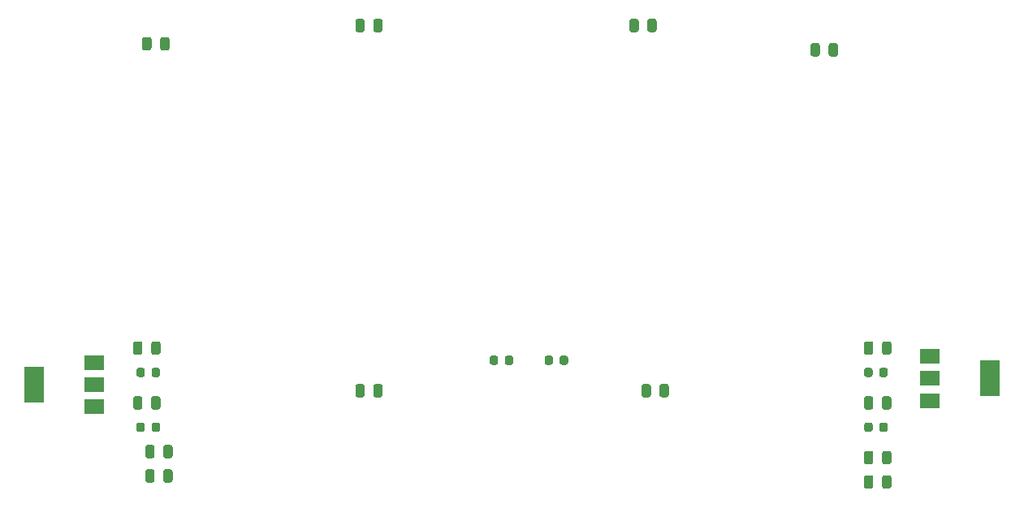
<source format=gtp>
%TF.GenerationSoftware,KiCad,Pcbnew,(5.1.6)-1*%
%TF.CreationDate,2021-01-04T14:37:21+05:30*%
%TF.ProjectId,JoyStick2,4a6f7953-7469-4636-9b32-2e6b69636164,rev?*%
%TF.SameCoordinates,Original*%
%TF.FileFunction,Paste,Top*%
%TF.FilePolarity,Positive*%
%FSLAX46Y46*%
G04 Gerber Fmt 4.6, Leading zero omitted, Abs format (unit mm)*
G04 Created by KiCad (PCBNEW (5.1.6)-1) date 2021-01-04 14:37:21*
%MOMM*%
%LPD*%
G01*
G04 APERTURE LIST*
%ADD10R,2.000000X1.500000*%
%ADD11R,2.000000X3.800000*%
G04 APERTURE END LIST*
%TO.C,C4*%
G36*
G01*
X118877500Y-107693750D02*
X118877500Y-108206250D01*
G75*
G02*
X118658750Y-108425000I-218750J0D01*
G01*
X118221250Y-108425000D01*
G75*
G02*
X118002500Y-108206250I0J218750D01*
G01*
X118002500Y-107693750D01*
G75*
G02*
X118221250Y-107475000I218750J0D01*
G01*
X118658750Y-107475000D01*
G75*
G02*
X118877500Y-107693750I0J-218750D01*
G01*
G37*
G36*
G01*
X120452500Y-107693750D02*
X120452500Y-108206250D01*
G75*
G02*
X120233750Y-108425000I-218750J0D01*
G01*
X119796250Y-108425000D01*
G75*
G02*
X119577500Y-108206250I0J218750D01*
G01*
X119577500Y-107693750D01*
G75*
G02*
X119796250Y-107475000I218750J0D01*
G01*
X120233750Y-107475000D01*
G75*
G02*
X120452500Y-107693750I0J-218750D01*
G01*
G37*
%TD*%
%TO.C,C5*%
G36*
G01*
X126167500Y-107693750D02*
X126167500Y-108206250D01*
G75*
G02*
X125948750Y-108425000I-218750J0D01*
G01*
X125511250Y-108425000D01*
G75*
G02*
X125292500Y-108206250I0J218750D01*
G01*
X125292500Y-107693750D01*
G75*
G02*
X125511250Y-107475000I218750J0D01*
G01*
X125948750Y-107475000D01*
G75*
G02*
X126167500Y-107693750I0J-218750D01*
G01*
G37*
G36*
G01*
X124592500Y-107693750D02*
X124592500Y-108206250D01*
G75*
G02*
X124373750Y-108425000I-218750J0D01*
G01*
X123936250Y-108425000D01*
G75*
G02*
X123717500Y-108206250I0J218750D01*
G01*
X123717500Y-107693750D01*
G75*
G02*
X123936250Y-107475000I218750J0D01*
G01*
X124373750Y-107475000D01*
G75*
G02*
X124592500Y-107693750I0J-218750D01*
G01*
G37*
%TD*%
%TO.C,C6*%
G36*
G01*
X80822500Y-107136250D02*
X80822500Y-106223750D01*
G75*
G02*
X81066250Y-105980000I243750J0D01*
G01*
X81553750Y-105980000D01*
G75*
G02*
X81797500Y-106223750I0J-243750D01*
G01*
X81797500Y-107136250D01*
G75*
G02*
X81553750Y-107380000I-243750J0D01*
G01*
X81066250Y-107380000D01*
G75*
G02*
X80822500Y-107136250I0J243750D01*
G01*
G37*
G36*
G01*
X82697500Y-107136250D02*
X82697500Y-106223750D01*
G75*
G02*
X82941250Y-105980000I243750J0D01*
G01*
X83428750Y-105980000D01*
G75*
G02*
X83672500Y-106223750I0J-243750D01*
G01*
X83672500Y-107136250D01*
G75*
G02*
X83428750Y-107380000I-243750J0D01*
G01*
X82941250Y-107380000D01*
G75*
G02*
X82697500Y-107136250I0J243750D01*
G01*
G37*
%TD*%
%TO.C,C7*%
G36*
G01*
X157997500Y-106223750D02*
X157997500Y-107136250D01*
G75*
G02*
X157753750Y-107380000I-243750J0D01*
G01*
X157266250Y-107380000D01*
G75*
G02*
X157022500Y-107136250I0J243750D01*
G01*
X157022500Y-106223750D01*
G75*
G02*
X157266250Y-105980000I243750J0D01*
G01*
X157753750Y-105980000D01*
G75*
G02*
X157997500Y-106223750I0J-243750D01*
G01*
G37*
G36*
G01*
X159872500Y-106223750D02*
X159872500Y-107136250D01*
G75*
G02*
X159628750Y-107380000I-243750J0D01*
G01*
X159141250Y-107380000D01*
G75*
G02*
X158897500Y-107136250I0J243750D01*
G01*
X158897500Y-106223750D01*
G75*
G02*
X159141250Y-105980000I243750J0D01*
G01*
X159628750Y-105980000D01*
G75*
G02*
X159872500Y-106223750I0J-243750D01*
G01*
G37*
%TD*%
%TO.C,C8*%
G36*
G01*
X82747500Y-109476250D02*
X82747500Y-108963750D01*
G75*
G02*
X82966250Y-108745000I218750J0D01*
G01*
X83403750Y-108745000D01*
G75*
G02*
X83622500Y-108963750I0J-218750D01*
G01*
X83622500Y-109476250D01*
G75*
G02*
X83403750Y-109695000I-218750J0D01*
G01*
X82966250Y-109695000D01*
G75*
G02*
X82747500Y-109476250I0J218750D01*
G01*
G37*
G36*
G01*
X81172500Y-109476250D02*
X81172500Y-108963750D01*
G75*
G02*
X81391250Y-108745000I218750J0D01*
G01*
X81828750Y-108745000D01*
G75*
G02*
X82047500Y-108963750I0J-218750D01*
G01*
X82047500Y-109476250D01*
G75*
G02*
X81828750Y-109695000I-218750J0D01*
G01*
X81391250Y-109695000D01*
G75*
G02*
X81172500Y-109476250I0J218750D01*
G01*
G37*
%TD*%
%TO.C,C9*%
G36*
G01*
X157917500Y-108963750D02*
X157917500Y-109476250D01*
G75*
G02*
X157698750Y-109695000I-218750J0D01*
G01*
X157261250Y-109695000D01*
G75*
G02*
X157042500Y-109476250I0J218750D01*
G01*
X157042500Y-108963750D01*
G75*
G02*
X157261250Y-108745000I218750J0D01*
G01*
X157698750Y-108745000D01*
G75*
G02*
X157917500Y-108963750I0J-218750D01*
G01*
G37*
G36*
G01*
X159492500Y-108963750D02*
X159492500Y-109476250D01*
G75*
G02*
X159273750Y-109695000I-218750J0D01*
G01*
X158836250Y-109695000D01*
G75*
G02*
X158617500Y-109476250I0J218750D01*
G01*
X158617500Y-108963750D01*
G75*
G02*
X158836250Y-108745000I218750J0D01*
G01*
X159273750Y-108745000D01*
G75*
G02*
X159492500Y-108963750I0J-218750D01*
G01*
G37*
%TD*%
%TO.C,C10*%
G36*
G01*
X82697500Y-112851250D02*
X82697500Y-111938750D01*
G75*
G02*
X82941250Y-111695000I243750J0D01*
G01*
X83428750Y-111695000D01*
G75*
G02*
X83672500Y-111938750I0J-243750D01*
G01*
X83672500Y-112851250D01*
G75*
G02*
X83428750Y-113095000I-243750J0D01*
G01*
X82941250Y-113095000D01*
G75*
G02*
X82697500Y-112851250I0J243750D01*
G01*
G37*
G36*
G01*
X80822500Y-112851250D02*
X80822500Y-111938750D01*
G75*
G02*
X81066250Y-111695000I243750J0D01*
G01*
X81553750Y-111695000D01*
G75*
G02*
X81797500Y-111938750I0J-243750D01*
G01*
X81797500Y-112851250D01*
G75*
G02*
X81553750Y-113095000I-243750J0D01*
G01*
X81066250Y-113095000D01*
G75*
G02*
X80822500Y-112851250I0J243750D01*
G01*
G37*
%TD*%
%TO.C,C11*%
G36*
G01*
X159872500Y-111938750D02*
X159872500Y-112851250D01*
G75*
G02*
X159628750Y-113095000I-243750J0D01*
G01*
X159141250Y-113095000D01*
G75*
G02*
X158897500Y-112851250I0J243750D01*
G01*
X158897500Y-111938750D01*
G75*
G02*
X159141250Y-111695000I243750J0D01*
G01*
X159628750Y-111695000D01*
G75*
G02*
X159872500Y-111938750I0J-243750D01*
G01*
G37*
G36*
G01*
X157997500Y-111938750D02*
X157997500Y-112851250D01*
G75*
G02*
X157753750Y-113095000I-243750J0D01*
G01*
X157266250Y-113095000D01*
G75*
G02*
X157022500Y-112851250I0J243750D01*
G01*
X157022500Y-111938750D01*
G75*
G02*
X157266250Y-111695000I243750J0D01*
G01*
X157753750Y-111695000D01*
G75*
G02*
X157997500Y-111938750I0J-243750D01*
G01*
G37*
%TD*%
%TO.C,C12*%
G36*
G01*
X81172500Y-115191250D02*
X81172500Y-114678750D01*
G75*
G02*
X81391250Y-114460000I218750J0D01*
G01*
X81828750Y-114460000D01*
G75*
G02*
X82047500Y-114678750I0J-218750D01*
G01*
X82047500Y-115191250D01*
G75*
G02*
X81828750Y-115410000I-218750J0D01*
G01*
X81391250Y-115410000D01*
G75*
G02*
X81172500Y-115191250I0J218750D01*
G01*
G37*
G36*
G01*
X82747500Y-115191250D02*
X82747500Y-114678750D01*
G75*
G02*
X82966250Y-114460000I218750J0D01*
G01*
X83403750Y-114460000D01*
G75*
G02*
X83622500Y-114678750I0J-218750D01*
G01*
X83622500Y-115191250D01*
G75*
G02*
X83403750Y-115410000I-218750J0D01*
G01*
X82966250Y-115410000D01*
G75*
G02*
X82747500Y-115191250I0J218750D01*
G01*
G37*
%TD*%
%TO.C,C13*%
G36*
G01*
X159492500Y-114678750D02*
X159492500Y-115191250D01*
G75*
G02*
X159273750Y-115410000I-218750J0D01*
G01*
X158836250Y-115410000D01*
G75*
G02*
X158617500Y-115191250I0J218750D01*
G01*
X158617500Y-114678750D01*
G75*
G02*
X158836250Y-114460000I218750J0D01*
G01*
X159273750Y-114460000D01*
G75*
G02*
X159492500Y-114678750I0J-218750D01*
G01*
G37*
G36*
G01*
X157917500Y-114678750D02*
X157917500Y-115191250D01*
G75*
G02*
X157698750Y-115410000I-218750J0D01*
G01*
X157261250Y-115410000D01*
G75*
G02*
X157042500Y-115191250I0J218750D01*
G01*
X157042500Y-114678750D01*
G75*
G02*
X157261250Y-114460000I218750J0D01*
G01*
X157698750Y-114460000D01*
G75*
G02*
X157917500Y-114678750I0J-218750D01*
G01*
G37*
%TD*%
D10*
%TO.C,U4*%
X76785000Y-112790000D03*
X76785000Y-108190000D03*
X76785000Y-110490000D03*
D11*
X70485000Y-110490000D03*
%TD*%
%TO.C,U5*%
X170180000Y-109855000D03*
D10*
X163880000Y-109855000D03*
X163880000Y-112155000D03*
X163880000Y-107555000D03*
%TD*%
%TO.C,R2*%
G36*
G01*
X151457500Y-76021250D02*
X151457500Y-75108750D01*
G75*
G02*
X151701250Y-74865000I243750J0D01*
G01*
X152188750Y-74865000D01*
G75*
G02*
X152432500Y-75108750I0J-243750D01*
G01*
X152432500Y-76021250D01*
G75*
G02*
X152188750Y-76265000I-243750J0D01*
G01*
X151701250Y-76265000D01*
G75*
G02*
X151457500Y-76021250I0J243750D01*
G01*
G37*
G36*
G01*
X153332500Y-76021250D02*
X153332500Y-75108750D01*
G75*
G02*
X153576250Y-74865000I243750J0D01*
G01*
X154063750Y-74865000D01*
G75*
G02*
X154307500Y-75108750I0J-243750D01*
G01*
X154307500Y-76021250D01*
G75*
G02*
X154063750Y-76265000I-243750J0D01*
G01*
X153576250Y-76265000D01*
G75*
G02*
X153332500Y-76021250I0J243750D01*
G01*
G37*
%TD*%
%TO.C,R3*%
G36*
G01*
X83635000Y-75386250D02*
X83635000Y-74473750D01*
G75*
G02*
X83878750Y-74230000I243750J0D01*
G01*
X84366250Y-74230000D01*
G75*
G02*
X84610000Y-74473750I0J-243750D01*
G01*
X84610000Y-75386250D01*
G75*
G02*
X84366250Y-75630000I-243750J0D01*
G01*
X83878750Y-75630000D01*
G75*
G02*
X83635000Y-75386250I0J243750D01*
G01*
G37*
G36*
G01*
X81760000Y-75386250D02*
X81760000Y-74473750D01*
G75*
G02*
X82003750Y-74230000I243750J0D01*
G01*
X82491250Y-74230000D01*
G75*
G02*
X82735000Y-74473750I0J-243750D01*
G01*
X82735000Y-75386250D01*
G75*
G02*
X82491250Y-75630000I-243750J0D01*
G01*
X82003750Y-75630000D01*
G75*
G02*
X81760000Y-75386250I0J243750D01*
G01*
G37*
%TD*%
%TO.C,R4*%
G36*
G01*
X105860000Y-73481250D02*
X105860000Y-72568750D01*
G75*
G02*
X106103750Y-72325000I243750J0D01*
G01*
X106591250Y-72325000D01*
G75*
G02*
X106835000Y-72568750I0J-243750D01*
G01*
X106835000Y-73481250D01*
G75*
G02*
X106591250Y-73725000I-243750J0D01*
G01*
X106103750Y-73725000D01*
G75*
G02*
X105860000Y-73481250I0J243750D01*
G01*
G37*
G36*
G01*
X103985000Y-73481250D02*
X103985000Y-72568750D01*
G75*
G02*
X104228750Y-72325000I243750J0D01*
G01*
X104716250Y-72325000D01*
G75*
G02*
X104960000Y-72568750I0J-243750D01*
G01*
X104960000Y-73481250D01*
G75*
G02*
X104716250Y-73725000I-243750J0D01*
G01*
X104228750Y-73725000D01*
G75*
G02*
X103985000Y-73481250I0J243750D01*
G01*
G37*
%TD*%
%TO.C,R5*%
G36*
G01*
X132560000Y-73481250D02*
X132560000Y-72568750D01*
G75*
G02*
X132803750Y-72325000I243750J0D01*
G01*
X133291250Y-72325000D01*
G75*
G02*
X133535000Y-72568750I0J-243750D01*
G01*
X133535000Y-73481250D01*
G75*
G02*
X133291250Y-73725000I-243750J0D01*
G01*
X132803750Y-73725000D01*
G75*
G02*
X132560000Y-73481250I0J243750D01*
G01*
G37*
G36*
G01*
X134435000Y-73481250D02*
X134435000Y-72568750D01*
G75*
G02*
X134678750Y-72325000I243750J0D01*
G01*
X135166250Y-72325000D01*
G75*
G02*
X135410000Y-72568750I0J-243750D01*
G01*
X135410000Y-73481250D01*
G75*
G02*
X135166250Y-73725000I-243750J0D01*
G01*
X134678750Y-73725000D01*
G75*
G02*
X134435000Y-73481250I0J243750D01*
G01*
G37*
%TD*%
%TO.C,R6*%
G36*
G01*
X103985000Y-111581250D02*
X103985000Y-110668750D01*
G75*
G02*
X104228750Y-110425000I243750J0D01*
G01*
X104716250Y-110425000D01*
G75*
G02*
X104960000Y-110668750I0J-243750D01*
G01*
X104960000Y-111581250D01*
G75*
G02*
X104716250Y-111825000I-243750J0D01*
G01*
X104228750Y-111825000D01*
G75*
G02*
X103985000Y-111581250I0J243750D01*
G01*
G37*
G36*
G01*
X105860000Y-111581250D02*
X105860000Y-110668750D01*
G75*
G02*
X106103750Y-110425000I243750J0D01*
G01*
X106591250Y-110425000D01*
G75*
G02*
X106835000Y-110668750I0J-243750D01*
G01*
X106835000Y-111581250D01*
G75*
G02*
X106591250Y-111825000I-243750J0D01*
G01*
X106103750Y-111825000D01*
G75*
G02*
X105860000Y-111581250I0J243750D01*
G01*
G37*
%TD*%
%TO.C,R7*%
G36*
G01*
X135705000Y-111581250D02*
X135705000Y-110668750D01*
G75*
G02*
X135948750Y-110425000I243750J0D01*
G01*
X136436250Y-110425000D01*
G75*
G02*
X136680000Y-110668750I0J-243750D01*
G01*
X136680000Y-111581250D01*
G75*
G02*
X136436250Y-111825000I-243750J0D01*
G01*
X135948750Y-111825000D01*
G75*
G02*
X135705000Y-111581250I0J243750D01*
G01*
G37*
G36*
G01*
X133830000Y-111581250D02*
X133830000Y-110668750D01*
G75*
G02*
X134073750Y-110425000I243750J0D01*
G01*
X134561250Y-110425000D01*
G75*
G02*
X134805000Y-110668750I0J-243750D01*
G01*
X134805000Y-111581250D01*
G75*
G02*
X134561250Y-111825000I-243750J0D01*
G01*
X134073750Y-111825000D01*
G75*
G02*
X133830000Y-111581250I0J243750D01*
G01*
G37*
%TD*%
%TO.C,D2*%
G36*
G01*
X82092500Y-120471250D02*
X82092500Y-119558750D01*
G75*
G02*
X82336250Y-119315000I243750J0D01*
G01*
X82823750Y-119315000D01*
G75*
G02*
X83067500Y-119558750I0J-243750D01*
G01*
X83067500Y-120471250D01*
G75*
G02*
X82823750Y-120715000I-243750J0D01*
G01*
X82336250Y-120715000D01*
G75*
G02*
X82092500Y-120471250I0J243750D01*
G01*
G37*
G36*
G01*
X83967500Y-120471250D02*
X83967500Y-119558750D01*
G75*
G02*
X84211250Y-119315000I243750J0D01*
G01*
X84698750Y-119315000D01*
G75*
G02*
X84942500Y-119558750I0J-243750D01*
G01*
X84942500Y-120471250D01*
G75*
G02*
X84698750Y-120715000I-243750J0D01*
G01*
X84211250Y-120715000D01*
G75*
G02*
X83967500Y-120471250I0J243750D01*
G01*
G37*
%TD*%
%TO.C,D3*%
G36*
G01*
X158897500Y-118566250D02*
X158897500Y-117653750D01*
G75*
G02*
X159141250Y-117410000I243750J0D01*
G01*
X159628750Y-117410000D01*
G75*
G02*
X159872500Y-117653750I0J-243750D01*
G01*
X159872500Y-118566250D01*
G75*
G02*
X159628750Y-118810000I-243750J0D01*
G01*
X159141250Y-118810000D01*
G75*
G02*
X158897500Y-118566250I0J243750D01*
G01*
G37*
G36*
G01*
X157022500Y-118566250D02*
X157022500Y-117653750D01*
G75*
G02*
X157266250Y-117410000I243750J0D01*
G01*
X157753750Y-117410000D01*
G75*
G02*
X157997500Y-117653750I0J-243750D01*
G01*
X157997500Y-118566250D01*
G75*
G02*
X157753750Y-118810000I-243750J0D01*
G01*
X157266250Y-118810000D01*
G75*
G02*
X157022500Y-118566250I0J243750D01*
G01*
G37*
%TD*%
%TO.C,R8*%
G36*
G01*
X83967500Y-117931250D02*
X83967500Y-117018750D01*
G75*
G02*
X84211250Y-116775000I243750J0D01*
G01*
X84698750Y-116775000D01*
G75*
G02*
X84942500Y-117018750I0J-243750D01*
G01*
X84942500Y-117931250D01*
G75*
G02*
X84698750Y-118175000I-243750J0D01*
G01*
X84211250Y-118175000D01*
G75*
G02*
X83967500Y-117931250I0J243750D01*
G01*
G37*
G36*
G01*
X82092500Y-117931250D02*
X82092500Y-117018750D01*
G75*
G02*
X82336250Y-116775000I243750J0D01*
G01*
X82823750Y-116775000D01*
G75*
G02*
X83067500Y-117018750I0J-243750D01*
G01*
X83067500Y-117931250D01*
G75*
G02*
X82823750Y-118175000I-243750J0D01*
G01*
X82336250Y-118175000D01*
G75*
G02*
X82092500Y-117931250I0J243750D01*
G01*
G37*
%TD*%
%TO.C,R9*%
G36*
G01*
X157022500Y-121106250D02*
X157022500Y-120193750D01*
G75*
G02*
X157266250Y-119950000I243750J0D01*
G01*
X157753750Y-119950000D01*
G75*
G02*
X157997500Y-120193750I0J-243750D01*
G01*
X157997500Y-121106250D01*
G75*
G02*
X157753750Y-121350000I-243750J0D01*
G01*
X157266250Y-121350000D01*
G75*
G02*
X157022500Y-121106250I0J243750D01*
G01*
G37*
G36*
G01*
X158897500Y-121106250D02*
X158897500Y-120193750D01*
G75*
G02*
X159141250Y-119950000I243750J0D01*
G01*
X159628750Y-119950000D01*
G75*
G02*
X159872500Y-120193750I0J-243750D01*
G01*
X159872500Y-121106250D01*
G75*
G02*
X159628750Y-121350000I-243750J0D01*
G01*
X159141250Y-121350000D01*
G75*
G02*
X158897500Y-121106250I0J243750D01*
G01*
G37*
%TD*%
M02*

</source>
